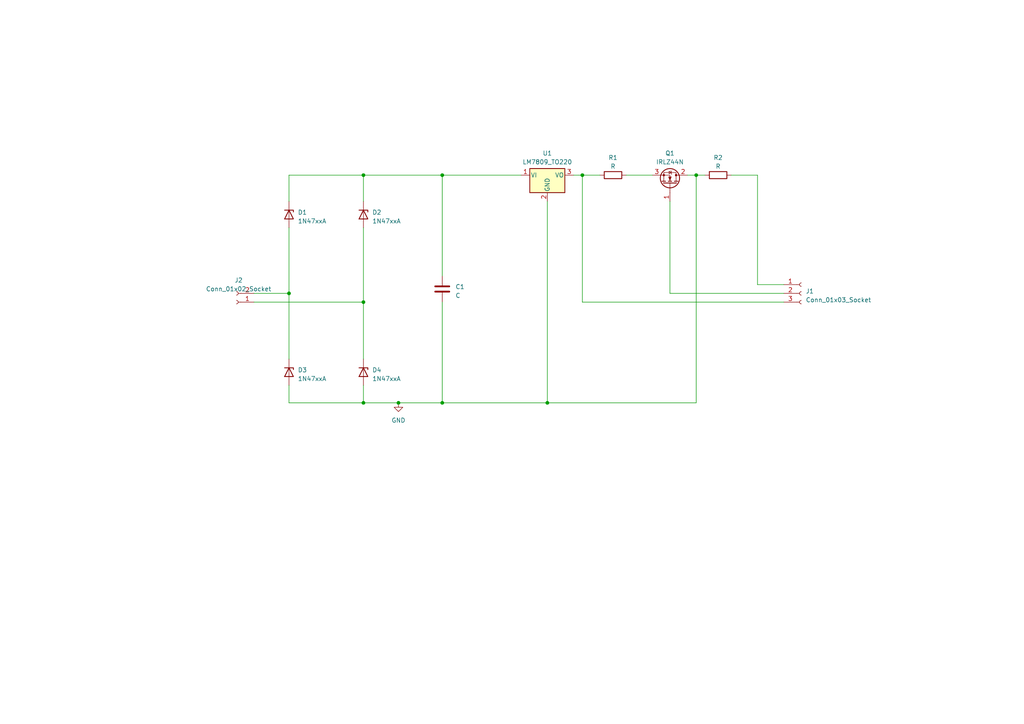
<source format=kicad_sch>
(kicad_sch (version 20230121) (generator eeschema)

  (uuid bdc57217-9b78-4d28-8ffa-bb3595e91662)

  (paper "A4")

  (lib_symbols
    (symbol "Connector:Conn_01x02_Socket" (pin_names (offset 1.016) hide) (in_bom yes) (on_board yes)
      (property "Reference" "J" (at 0 2.54 0)
        (effects (font (size 1.27 1.27)))
      )
      (property "Value" "Conn_01x02_Socket" (at 0 -5.08 0)
        (effects (font (size 1.27 1.27)))
      )
      (property "Footprint" "" (at 0 0 0)
        (effects (font (size 1.27 1.27)) hide)
      )
      (property "Datasheet" "~" (at 0 0 0)
        (effects (font (size 1.27 1.27)) hide)
      )
      (property "ki_locked" "" (at 0 0 0)
        (effects (font (size 1.27 1.27)))
      )
      (property "ki_keywords" "connector" (at 0 0 0)
        (effects (font (size 1.27 1.27)) hide)
      )
      (property "ki_description" "Generic connector, single row, 01x02, script generated" (at 0 0 0)
        (effects (font (size 1.27 1.27)) hide)
      )
      (property "ki_fp_filters" "Connector*:*_1x??_*" (at 0 0 0)
        (effects (font (size 1.27 1.27)) hide)
      )
      (symbol "Conn_01x02_Socket_1_1"
        (arc (start 0 -2.032) (mid -0.5058 -2.54) (end 0 -3.048)
          (stroke (width 0.1524) (type default))
          (fill (type none))
        )
        (polyline
          (pts
            (xy -1.27 -2.54)
            (xy -0.508 -2.54)
          )
          (stroke (width 0.1524) (type default))
          (fill (type none))
        )
        (polyline
          (pts
            (xy -1.27 0)
            (xy -0.508 0)
          )
          (stroke (width 0.1524) (type default))
          (fill (type none))
        )
        (arc (start 0 0.508) (mid -0.5058 0) (end 0 -0.508)
          (stroke (width 0.1524) (type default))
          (fill (type none))
        )
        (pin passive line (at -5.08 0 0) (length 3.81)
          (name "Pin_1" (effects (font (size 1.27 1.27))))
          (number "1" (effects (font (size 1.27 1.27))))
        )
        (pin passive line (at -5.08 -2.54 0) (length 3.81)
          (name "Pin_2" (effects (font (size 1.27 1.27))))
          (number "2" (effects (font (size 1.27 1.27))))
        )
      )
    )
    (symbol "Connector:Conn_01x03_Socket" (pin_names (offset 1.016) hide) (in_bom yes) (on_board yes)
      (property "Reference" "J" (at 0 5.08 0)
        (effects (font (size 1.27 1.27)))
      )
      (property "Value" "Conn_01x03_Socket" (at 0 -5.08 0)
        (effects (font (size 1.27 1.27)))
      )
      (property "Footprint" "" (at 0 0 0)
        (effects (font (size 1.27 1.27)) hide)
      )
      (property "Datasheet" "~" (at 0 0 0)
        (effects (font (size 1.27 1.27)) hide)
      )
      (property "ki_locked" "" (at 0 0 0)
        (effects (font (size 1.27 1.27)))
      )
      (property "ki_keywords" "connector" (at 0 0 0)
        (effects (font (size 1.27 1.27)) hide)
      )
      (property "ki_description" "Generic connector, single row, 01x03, script generated" (at 0 0 0)
        (effects (font (size 1.27 1.27)) hide)
      )
      (property "ki_fp_filters" "Connector*:*_1x??_*" (at 0 0 0)
        (effects (font (size 1.27 1.27)) hide)
      )
      (symbol "Conn_01x03_Socket_1_1"
        (arc (start 0 -2.032) (mid -0.5058 -2.54) (end 0 -3.048)
          (stroke (width 0.1524) (type default))
          (fill (type none))
        )
        (polyline
          (pts
            (xy -1.27 -2.54)
            (xy -0.508 -2.54)
          )
          (stroke (width 0.1524) (type default))
          (fill (type none))
        )
        (polyline
          (pts
            (xy -1.27 0)
            (xy -0.508 0)
          )
          (stroke (width 0.1524) (type default))
          (fill (type none))
        )
        (polyline
          (pts
            (xy -1.27 2.54)
            (xy -0.508 2.54)
          )
          (stroke (width 0.1524) (type default))
          (fill (type none))
        )
        (arc (start 0 0.508) (mid -0.5058 0) (end 0 -0.508)
          (stroke (width 0.1524) (type default))
          (fill (type none))
        )
        (arc (start 0 3.048) (mid -0.5058 2.54) (end 0 2.032)
          (stroke (width 0.1524) (type default))
          (fill (type none))
        )
        (pin passive line (at -5.08 2.54 0) (length 3.81)
          (name "Pin_1" (effects (font (size 1.27 1.27))))
          (number "1" (effects (font (size 1.27 1.27))))
        )
        (pin passive line (at -5.08 0 0) (length 3.81)
          (name "Pin_2" (effects (font (size 1.27 1.27))))
          (number "2" (effects (font (size 1.27 1.27))))
        )
        (pin passive line (at -5.08 -2.54 0) (length 3.81)
          (name "Pin_3" (effects (font (size 1.27 1.27))))
          (number "3" (effects (font (size 1.27 1.27))))
        )
      )
    )
    (symbol "Device:C" (pin_numbers hide) (pin_names (offset 0.254)) (in_bom yes) (on_board yes)
      (property "Reference" "C" (at 0.635 2.54 0)
        (effects (font (size 1.27 1.27)) (justify left))
      )
      (property "Value" "C" (at 0.635 -2.54 0)
        (effects (font (size 1.27 1.27)) (justify left))
      )
      (property "Footprint" "" (at 0.9652 -3.81 0)
        (effects (font (size 1.27 1.27)) hide)
      )
      (property "Datasheet" "~" (at 0 0 0)
        (effects (font (size 1.27 1.27)) hide)
      )
      (property "ki_keywords" "cap capacitor" (at 0 0 0)
        (effects (font (size 1.27 1.27)) hide)
      )
      (property "ki_description" "Unpolarized capacitor" (at 0 0 0)
        (effects (font (size 1.27 1.27)) hide)
      )
      (property "ki_fp_filters" "C_*" (at 0 0 0)
        (effects (font (size 1.27 1.27)) hide)
      )
      (symbol "C_0_1"
        (polyline
          (pts
            (xy -2.032 -0.762)
            (xy 2.032 -0.762)
          )
          (stroke (width 0.508) (type default))
          (fill (type none))
        )
        (polyline
          (pts
            (xy -2.032 0.762)
            (xy 2.032 0.762)
          )
          (stroke (width 0.508) (type default))
          (fill (type none))
        )
      )
      (symbol "C_1_1"
        (pin passive line (at 0 3.81 270) (length 2.794)
          (name "~" (effects (font (size 1.27 1.27))))
          (number "1" (effects (font (size 1.27 1.27))))
        )
        (pin passive line (at 0 -3.81 90) (length 2.794)
          (name "~" (effects (font (size 1.27 1.27))))
          (number "2" (effects (font (size 1.27 1.27))))
        )
      )
    )
    (symbol "Device:R" (pin_numbers hide) (pin_names (offset 0)) (in_bom yes) (on_board yes)
      (property "Reference" "R" (at 2.032 0 90)
        (effects (font (size 1.27 1.27)))
      )
      (property "Value" "R" (at 0 0 90)
        (effects (font (size 1.27 1.27)))
      )
      (property "Footprint" "" (at -1.778 0 90)
        (effects (font (size 1.27 1.27)) hide)
      )
      (property "Datasheet" "~" (at 0 0 0)
        (effects (font (size 1.27 1.27)) hide)
      )
      (property "ki_keywords" "R res resistor" (at 0 0 0)
        (effects (font (size 1.27 1.27)) hide)
      )
      (property "ki_description" "Resistor" (at 0 0 0)
        (effects (font (size 1.27 1.27)) hide)
      )
      (property "ki_fp_filters" "R_*" (at 0 0 0)
        (effects (font (size 1.27 1.27)) hide)
      )
      (symbol "R_0_1"
        (rectangle (start -1.016 -2.54) (end 1.016 2.54)
          (stroke (width 0.254) (type default))
          (fill (type none))
        )
      )
      (symbol "R_1_1"
        (pin passive line (at 0 3.81 270) (length 1.27)
          (name "~" (effects (font (size 1.27 1.27))))
          (number "1" (effects (font (size 1.27 1.27))))
        )
        (pin passive line (at 0 -3.81 90) (length 1.27)
          (name "~" (effects (font (size 1.27 1.27))))
          (number "2" (effects (font (size 1.27 1.27))))
        )
      )
    )
    (symbol "Diode:1N47xxA" (pin_numbers hide) (pin_names hide) (in_bom yes) (on_board yes)
      (property "Reference" "D" (at 0 2.54 0)
        (effects (font (size 1.27 1.27)))
      )
      (property "Value" "1N47xxA" (at 0 -2.54 0)
        (effects (font (size 1.27 1.27)))
      )
      (property "Footprint" "Diode_THT:D_DO-41_SOD81_P10.16mm_Horizontal" (at 0 -4.445 0)
        (effects (font (size 1.27 1.27)) hide)
      )
      (property "Datasheet" "https://www.vishay.com/docs/85816/1n4728a.pdf" (at 0 0 0)
        (effects (font (size 1.27 1.27)) hide)
      )
      (property "ki_keywords" "zener diode" (at 0 0 0)
        (effects (font (size 1.27 1.27)) hide)
      )
      (property "ki_description" "1300mW Silicon planar power Zener diodes, DO-41" (at 0 0 0)
        (effects (font (size 1.27 1.27)) hide)
      )
      (property "ki_fp_filters" "D*DO?41*" (at 0 0 0)
        (effects (font (size 1.27 1.27)) hide)
      )
      (symbol "1N47xxA_0_1"
        (polyline
          (pts
            (xy 1.27 0)
            (xy -1.27 0)
          )
          (stroke (width 0) (type default))
          (fill (type none))
        )
        (polyline
          (pts
            (xy -1.27 -1.27)
            (xy -1.27 1.27)
            (xy -0.762 1.27)
          )
          (stroke (width 0.254) (type default))
          (fill (type none))
        )
        (polyline
          (pts
            (xy 1.27 -1.27)
            (xy 1.27 1.27)
            (xy -1.27 0)
            (xy 1.27 -1.27)
          )
          (stroke (width 0.254) (type default))
          (fill (type none))
        )
      )
      (symbol "1N47xxA_1_1"
        (pin passive line (at -3.81 0 0) (length 2.54)
          (name "K" (effects (font (size 1.27 1.27))))
          (number "1" (effects (font (size 1.27 1.27))))
        )
        (pin passive line (at 3.81 0 180) (length 2.54)
          (name "A" (effects (font (size 1.27 1.27))))
          (number "2" (effects (font (size 1.27 1.27))))
        )
      )
    )
    (symbol "Regulator_Linear:LM7809_TO220" (pin_names (offset 0.254)) (in_bom yes) (on_board yes)
      (property "Reference" "U" (at -3.81 3.175 0)
        (effects (font (size 1.27 1.27)))
      )
      (property "Value" "LM7809_TO220" (at 0 3.175 0)
        (effects (font (size 1.27 1.27)) (justify left))
      )
      (property "Footprint" "Package_TO_SOT_THT:TO-220-3_Vertical" (at 0 5.715 0)
        (effects (font (size 1.27 1.27) italic) hide)
      )
      (property "Datasheet" "https://www.onsemi.cn/PowerSolutions/document/MC7800-D.PDF" (at 0 -1.27 0)
        (effects (font (size 1.27 1.27)) hide)
      )
      (property "ki_keywords" "Voltage Regulator 1A Positive" (at 0 0 0)
        (effects (font (size 1.27 1.27)) hide)
      )
      (property "ki_description" "Positive 1A 35V Linear Regulator, Fixed Output 9V, TO-220" (at 0 0 0)
        (effects (font (size 1.27 1.27)) hide)
      )
      (property "ki_fp_filters" "TO?220*" (at 0 0 0)
        (effects (font (size 1.27 1.27)) hide)
      )
      (symbol "LM7809_TO220_0_1"
        (rectangle (start -5.08 1.905) (end 5.08 -5.08)
          (stroke (width 0.254) (type default))
          (fill (type background))
        )
      )
      (symbol "LM7809_TO220_1_1"
        (pin power_in line (at -7.62 0 0) (length 2.54)
          (name "VI" (effects (font (size 1.27 1.27))))
          (number "1" (effects (font (size 1.27 1.27))))
        )
        (pin power_in line (at 0 -7.62 90) (length 2.54)
          (name "GND" (effects (font (size 1.27 1.27))))
          (number "2" (effects (font (size 1.27 1.27))))
        )
        (pin power_out line (at 7.62 0 180) (length 2.54)
          (name "VO" (effects (font (size 1.27 1.27))))
          (number "3" (effects (font (size 1.27 1.27))))
        )
      )
    )
    (symbol "Transistor_FET:IRLZ44N" (pin_names hide) (in_bom yes) (on_board yes)
      (property "Reference" "Q" (at 6.35 1.905 0)
        (effects (font (size 1.27 1.27)) (justify left))
      )
      (property "Value" "IRLZ44N" (at 6.35 0 0)
        (effects (font (size 1.27 1.27)) (justify left))
      )
      (property "Footprint" "Package_TO_SOT_THT:TO-220-3_Vertical" (at 6.35 -1.905 0)
        (effects (font (size 1.27 1.27) italic) (justify left) hide)
      )
      (property "Datasheet" "http://www.irf.com/product-info/datasheets/data/irlz44n.pdf" (at 0 0 0)
        (effects (font (size 1.27 1.27)) (justify left) hide)
      )
      (property "ki_keywords" "N-Channel HEXFET MOSFET Logic-Level" (at 0 0 0)
        (effects (font (size 1.27 1.27)) hide)
      )
      (property "ki_description" "47A Id, 55V Vds, 22mOhm Rds Single N-Channel HEXFET Power MOSFET, TO-220AB" (at 0 0 0)
        (effects (font (size 1.27 1.27)) hide)
      )
      (property "ki_fp_filters" "TO?220*" (at 0 0 0)
        (effects (font (size 1.27 1.27)) hide)
      )
      (symbol "IRLZ44N_0_1"
        (polyline
          (pts
            (xy 0.254 0)
            (xy -2.54 0)
          )
          (stroke (width 0) (type default))
          (fill (type none))
        )
        (polyline
          (pts
            (xy 0.254 1.905)
            (xy 0.254 -1.905)
          )
          (stroke (width 0.254) (type default))
          (fill (type none))
        )
        (polyline
          (pts
            (xy 0.762 -1.27)
            (xy 0.762 -2.286)
          )
          (stroke (width 0.254) (type default))
          (fill (type none))
        )
        (polyline
          (pts
            (xy 0.762 0.508)
            (xy 0.762 -0.508)
          )
          (stroke (width 0.254) (type default))
          (fill (type none))
        )
        (polyline
          (pts
            (xy 0.762 2.286)
            (xy 0.762 1.27)
          )
          (stroke (width 0.254) (type default))
          (fill (type none))
        )
        (polyline
          (pts
            (xy 2.54 2.54)
            (xy 2.54 1.778)
          )
          (stroke (width 0) (type default))
          (fill (type none))
        )
        (polyline
          (pts
            (xy 2.54 -2.54)
            (xy 2.54 0)
            (xy 0.762 0)
          )
          (stroke (width 0) (type default))
          (fill (type none))
        )
        (polyline
          (pts
            (xy 0.762 -1.778)
            (xy 3.302 -1.778)
            (xy 3.302 1.778)
            (xy 0.762 1.778)
          )
          (stroke (width 0) (type default))
          (fill (type none))
        )
        (polyline
          (pts
            (xy 1.016 0)
            (xy 2.032 0.381)
            (xy 2.032 -0.381)
            (xy 1.016 0)
          )
          (stroke (width 0) (type default))
          (fill (type outline))
        )
        (polyline
          (pts
            (xy 2.794 0.508)
            (xy 2.921 0.381)
            (xy 3.683 0.381)
            (xy 3.81 0.254)
          )
          (stroke (width 0) (type default))
          (fill (type none))
        )
        (polyline
          (pts
            (xy 3.302 0.381)
            (xy 2.921 -0.254)
            (xy 3.683 -0.254)
            (xy 3.302 0.381)
          )
          (stroke (width 0) (type default))
          (fill (type none))
        )
        (circle (center 1.651 0) (radius 2.794)
          (stroke (width 0.254) (type default))
          (fill (type none))
        )
        (circle (center 2.54 -1.778) (radius 0.254)
          (stroke (width 0) (type default))
          (fill (type outline))
        )
        (circle (center 2.54 1.778) (radius 0.254)
          (stroke (width 0) (type default))
          (fill (type outline))
        )
      )
      (symbol "IRLZ44N_1_1"
        (pin input line (at -5.08 0 0) (length 2.54)
          (name "G" (effects (font (size 1.27 1.27))))
          (number "1" (effects (font (size 1.27 1.27))))
        )
        (pin passive line (at 2.54 5.08 270) (length 2.54)
          (name "D" (effects (font (size 1.27 1.27))))
          (number "2" (effects (font (size 1.27 1.27))))
        )
        (pin passive line (at 2.54 -5.08 90) (length 2.54)
          (name "S" (effects (font (size 1.27 1.27))))
          (number "3" (effects (font (size 1.27 1.27))))
        )
      )
    )
    (symbol "power:GND" (power) (pin_names (offset 0)) (in_bom yes) (on_board yes)
      (property "Reference" "#PWR" (at 0 -6.35 0)
        (effects (font (size 1.27 1.27)) hide)
      )
      (property "Value" "GND" (at 0 -3.81 0)
        (effects (font (size 1.27 1.27)))
      )
      (property "Footprint" "" (at 0 0 0)
        (effects (font (size 1.27 1.27)) hide)
      )
      (property "Datasheet" "" (at 0 0 0)
        (effects (font (size 1.27 1.27)) hide)
      )
      (property "ki_keywords" "global power" (at 0 0 0)
        (effects (font (size 1.27 1.27)) hide)
      )
      (property "ki_description" "Power symbol creates a global label with name \"GND\" , ground" (at 0 0 0)
        (effects (font (size 1.27 1.27)) hide)
      )
      (symbol "GND_0_1"
        (polyline
          (pts
            (xy 0 0)
            (xy 0 -1.27)
            (xy 1.27 -1.27)
            (xy 0 -2.54)
            (xy -1.27 -1.27)
            (xy 0 -1.27)
          )
          (stroke (width 0) (type default))
          (fill (type none))
        )
      )
      (symbol "GND_1_1"
        (pin power_in line (at 0 0 270) (length 0) hide
          (name "GND" (effects (font (size 1.27 1.27))))
          (number "1" (effects (font (size 1.27 1.27))))
        )
      )
    )
  )

  (junction (at 105.41 50.8) (diameter 0) (color 0 0 0 0)
    (uuid 010e4519-ffc1-4678-8a78-121d09a1f48c)
  )
  (junction (at 105.41 116.84) (diameter 0) (color 0 0 0 0)
    (uuid 14e16d69-1057-41b5-9ec3-38e84d8e5642)
  )
  (junction (at 201.93 50.8) (diameter 0) (color 0 0 0 0)
    (uuid 168c8599-8cdf-4d53-b59d-fd2584289100)
  )
  (junction (at 115.57 116.84) (diameter 0) (color 0 0 0 0)
    (uuid 6ae59c80-935b-442e-a5cc-79f379b61cab)
  )
  (junction (at 168.91 50.8) (diameter 0) (color 0 0 0 0)
    (uuid 9de806cf-0c65-48c8-babb-18541558dde8)
  )
  (junction (at 105.41 87.63) (diameter 0) (color 0 0 0 0)
    (uuid b29f6a88-4460-4074-be26-7e63b353742c)
  )
  (junction (at 128.27 50.8) (diameter 0) (color 0 0 0 0)
    (uuid b5b95ce7-d491-405a-8c9d-1f6dac8e1550)
  )
  (junction (at 128.27 116.84) (diameter 0) (color 0 0 0 0)
    (uuid b90dbef8-d9ae-4150-99c5-55f1bfeadda9)
  )
  (junction (at 158.75 116.84) (diameter 0) (color 0 0 0 0)
    (uuid d80d5601-2940-4cf3-9282-6db355eadccc)
  )
  (junction (at 83.82 85.09) (diameter 0) (color 0 0 0 0)
    (uuid f77f7886-5e77-460a-b23c-398c0fdf5558)
  )

  (wire (pts (xy 73.66 85.09) (xy 83.82 85.09))
    (stroke (width 0) (type default))
    (uuid 01f4e5d0-c0a9-48bf-87f9-ea37f5310236)
  )
  (wire (pts (xy 105.41 87.63) (xy 105.41 104.14))
    (stroke (width 0) (type default))
    (uuid 1d8867e2-00eb-4dc4-884d-be2b56833abc)
  )
  (wire (pts (xy 83.82 50.8) (xy 105.41 50.8))
    (stroke (width 0) (type default))
    (uuid 22ad5781-52ac-4488-b355-cdc7e1360d35)
  )
  (wire (pts (xy 201.93 116.84) (xy 158.75 116.84))
    (stroke (width 0) (type default))
    (uuid 29ffa34b-57ff-4f74-943a-ca463968e504)
  )
  (wire (pts (xy 83.82 116.84) (xy 105.41 116.84))
    (stroke (width 0) (type default))
    (uuid 2e072575-a51b-4626-abea-9bd3b058e67d)
  )
  (wire (pts (xy 105.41 66.04) (xy 105.41 87.63))
    (stroke (width 0) (type default))
    (uuid 430e40d5-d677-4994-8018-afab62e5c701)
  )
  (wire (pts (xy 194.31 58.42) (xy 194.31 85.09))
    (stroke (width 0) (type default))
    (uuid 4489c3b7-997b-456d-b87b-83b76d7d2405)
  )
  (wire (pts (xy 128.27 80.01) (xy 128.27 50.8))
    (stroke (width 0) (type default))
    (uuid 4c971d0a-fac5-45cc-989c-6eeed2334efe)
  )
  (wire (pts (xy 83.82 58.42) (xy 83.82 50.8))
    (stroke (width 0) (type default))
    (uuid 6136a454-e05c-49b9-b70e-68d3233ac670)
  )
  (wire (pts (xy 128.27 87.63) (xy 128.27 116.84))
    (stroke (width 0) (type default))
    (uuid 68647bea-09a8-4211-988f-a5758d31feb3)
  )
  (wire (pts (xy 83.82 85.09) (xy 83.82 104.14))
    (stroke (width 0) (type default))
    (uuid 756bbbe9-1f1e-49a5-bc6e-92c6396f3706)
  )
  (wire (pts (xy 168.91 50.8) (xy 173.99 50.8))
    (stroke (width 0) (type default))
    (uuid 7eb68b7f-6b13-4703-b5c2-4e0e388ada23)
  )
  (wire (pts (xy 168.91 87.63) (xy 168.91 50.8))
    (stroke (width 0) (type default))
    (uuid 82131bfa-997f-4452-96c4-970d0fbbd2ea)
  )
  (wire (pts (xy 158.75 116.84) (xy 128.27 116.84))
    (stroke (width 0) (type default))
    (uuid 827a21de-290b-41a9-a659-5a25001c35cc)
  )
  (wire (pts (xy 128.27 50.8) (xy 151.13 50.8))
    (stroke (width 0) (type default))
    (uuid 8a5bdfae-d540-4ba2-b53f-3aaf7c31314d)
  )
  (wire (pts (xy 105.41 50.8) (xy 128.27 50.8))
    (stroke (width 0) (type default))
    (uuid 91625cbe-9e82-4ba9-b714-d528b6779d29)
  )
  (wire (pts (xy 83.82 111.76) (xy 83.82 116.84))
    (stroke (width 0) (type default))
    (uuid 926edcec-0ff7-4c91-9cb9-d3589be2a20f)
  )
  (wire (pts (xy 115.57 116.84) (xy 105.41 116.84))
    (stroke (width 0) (type default))
    (uuid 9632ab6e-52aa-468b-96e6-c6614e8b22e2)
  )
  (wire (pts (xy 194.31 85.09) (xy 227.33 85.09))
    (stroke (width 0) (type default))
    (uuid 9e8eadfd-46d8-4bc1-92d9-e29258585717)
  )
  (wire (pts (xy 219.71 50.8) (xy 219.71 82.55))
    (stroke (width 0) (type default))
    (uuid b8ad974c-7dd4-4549-9591-a21150f263b9)
  )
  (wire (pts (xy 199.39 50.8) (xy 201.93 50.8))
    (stroke (width 0) (type default))
    (uuid c8b4f5f1-e13c-4884-887e-cdb31e8213ee)
  )
  (wire (pts (xy 105.41 50.8) (xy 105.41 58.42))
    (stroke (width 0) (type default))
    (uuid c9f7200e-9d49-43b1-a5a6-b13828229896)
  )
  (wire (pts (xy 227.33 87.63) (xy 168.91 87.63))
    (stroke (width 0) (type default))
    (uuid cd43fbe7-3a6d-410f-94ad-ee6d1ec93568)
  )
  (wire (pts (xy 166.37 50.8) (xy 168.91 50.8))
    (stroke (width 0) (type default))
    (uuid d8105e7e-1050-4724-af00-500ecadf08d6)
  )
  (wire (pts (xy 158.75 58.42) (xy 158.75 116.84))
    (stroke (width 0) (type default))
    (uuid dc314bea-6164-47ce-abff-02155d36137c)
  )
  (wire (pts (xy 105.41 116.84) (xy 105.41 111.76))
    (stroke (width 0) (type default))
    (uuid dc560c46-88af-43c7-b054-3e994a8dfd4c)
  )
  (wire (pts (xy 181.61 50.8) (xy 189.23 50.8))
    (stroke (width 0) (type default))
    (uuid dcae36a0-fbac-4bca-9c39-0c372ba894c3)
  )
  (wire (pts (xy 201.93 50.8) (xy 204.47 50.8))
    (stroke (width 0) (type default))
    (uuid e2fc7628-245d-4b6b-8912-c74c66defdcb)
  )
  (wire (pts (xy 201.93 50.8) (xy 201.93 116.84))
    (stroke (width 0) (type default))
    (uuid e379d90a-8f92-4507-9b5e-494328f49bf6)
  )
  (wire (pts (xy 212.09 50.8) (xy 219.71 50.8))
    (stroke (width 0) (type default))
    (uuid e91aeeae-6cda-4362-9ecf-2a44ae73dc14)
  )
  (wire (pts (xy 83.82 66.04) (xy 83.82 85.09))
    (stroke (width 0) (type default))
    (uuid edc4e8f0-0e43-4673-a2ee-b71465cad4ff)
  )
  (wire (pts (xy 219.71 82.55) (xy 227.33 82.55))
    (stroke (width 0) (type default))
    (uuid f7192d56-ed1e-414a-8838-3a0195cc371f)
  )
  (wire (pts (xy 128.27 116.84) (xy 115.57 116.84))
    (stroke (width 0) (type default))
    (uuid fdc2ec3d-0d9c-4116-a83a-efca656cef31)
  )
  (wire (pts (xy 73.66 87.63) (xy 105.41 87.63))
    (stroke (width 0) (type default))
    (uuid ffd3d5ab-0740-4312-9e13-ae52f02e9c65)
  )

  (symbol (lib_id "Diode:1N47xxA") (at 83.82 107.95 270) (unit 1)
    (in_bom yes) (on_board yes) (dnp no) (fields_autoplaced)
    (uuid 16d92be3-12db-4748-b240-1711931ef8ac)
    (property "Reference" "D3" (at 86.36 107.315 90)
      (effects (font (size 1.27 1.27)) (justify left))
    )
    (property "Value" "1N47xxA" (at 86.36 109.855 90)
      (effects (font (size 1.27 1.27)) (justify left))
    )
    (property "Footprint" "Diode_THT:D_DO-41_SOD81_P10.16mm_Horizontal" (at 79.375 107.95 0)
      (effects (font (size 1.27 1.27)) hide)
    )
    (property "Datasheet" "https://www.vishay.com/docs/85816/1n4728a.pdf" (at 83.82 107.95 0)
      (effects (font (size 1.27 1.27)) hide)
    )
    (pin "1" (uuid b30cebd6-ae86-4c5e-8e58-f3b9a6808875))
    (pin "2" (uuid 9f4aceec-8848-4b76-b985-588ae61118f5))
    (instances
      (project "Transmitter"
        (path "/bdc57217-9b78-4d28-8ffa-bb3595e91662"
          (reference "D3") (unit 1)
        )
      )
    )
  )

  (symbol (lib_id "Device:C") (at 128.27 83.82 0) (unit 1)
    (in_bom yes) (on_board yes) (dnp no) (fields_autoplaced)
    (uuid 18f9dabe-0860-4183-9366-0970d2e6d72d)
    (property "Reference" "C1" (at 132.08 83.185 0)
      (effects (font (size 1.27 1.27)) (justify left))
    )
    (property "Value" "C" (at 132.08 85.725 0)
      (effects (font (size 1.27 1.27)) (justify left))
    )
    (property "Footprint" "Capacitor_THT:CP_Axial_L18.0mm_D6.5mm_P25.00mm_Horizontal" (at 129.2352 87.63 0)
      (effects (font (size 1.27 1.27)) hide)
    )
    (property "Datasheet" "~" (at 128.27 83.82 0)
      (effects (font (size 1.27 1.27)) hide)
    )
    (pin "1" (uuid ac7298dd-e460-4670-a682-049d9a1bb5bf))
    (pin "2" (uuid a35a2616-c14e-4ebf-8a1f-3e95a5707abc))
    (instances
      (project "Transmitter"
        (path "/bdc57217-9b78-4d28-8ffa-bb3595e91662"
          (reference "C1") (unit 1)
        )
      )
    )
  )

  (symbol (lib_id "Transistor_FET:IRLZ44N") (at 194.31 53.34 270) (mirror x) (unit 1)
    (in_bom yes) (on_board yes) (dnp no)
    (uuid 257951e5-be5b-4eff-8212-6091dd81670f)
    (property "Reference" "Q1" (at 194.31 44.45 90)
      (effects (font (size 1.27 1.27)))
    )
    (property "Value" "IRLZ44N" (at 194.31 46.99 90)
      (effects (font (size 1.27 1.27)))
    )
    (property "Footprint" "Package_TO_SOT_THT:TO-220-3_Vertical" (at 192.405 46.99 0)
      (effects (font (size 1.27 1.27) italic) (justify left) hide)
    )
    (property "Datasheet" "http://www.irf.com/product-info/datasheets/data/irlz44n.pdf" (at 194.31 53.34 0)
      (effects (font (size 1.27 1.27)) (justify left) hide)
    )
    (pin "1" (uuid c343d618-50b4-45b3-bc72-12877d05850c))
    (pin "2" (uuid 5c9c12af-66bf-40b9-802d-85bba54cdefe))
    (pin "3" (uuid 0b2a8396-843c-4587-ac9e-b4532c67f9eb))
    (instances
      (project "Transmitter"
        (path "/bdc57217-9b78-4d28-8ffa-bb3595e91662"
          (reference "Q1") (unit 1)
        )
      )
    )
  )

  (symbol (lib_id "Diode:1N47xxA") (at 83.82 62.23 270) (unit 1)
    (in_bom yes) (on_board yes) (dnp no) (fields_autoplaced)
    (uuid 273be329-66b4-47a9-9e6d-2077faa899cc)
    (property "Reference" "D1" (at 86.36 61.595 90)
      (effects (font (size 1.27 1.27)) (justify left))
    )
    (property "Value" "1N47xxA" (at 86.36 64.135 90)
      (effects (font (size 1.27 1.27)) (justify left))
    )
    (property "Footprint" "Diode_THT:D_DO-41_SOD81_P10.16mm_Horizontal" (at 79.375 62.23 0)
      (effects (font (size 1.27 1.27)) hide)
    )
    (property "Datasheet" "https://www.vishay.com/docs/85816/1n4728a.pdf" (at 83.82 62.23 0)
      (effects (font (size 1.27 1.27)) hide)
    )
    (pin "1" (uuid 65c49272-eecf-493f-b0b1-e03b31b75139))
    (pin "2" (uuid f056f729-6ae8-4dfc-8fa6-7b752e109f00))
    (instances
      (project "Transmitter"
        (path "/bdc57217-9b78-4d28-8ffa-bb3595e91662"
          (reference "D1") (unit 1)
        )
      )
    )
  )

  (symbol (lib_id "Diode:1N47xxA") (at 105.41 107.95 270) (unit 1)
    (in_bom yes) (on_board yes) (dnp no) (fields_autoplaced)
    (uuid 674b8b16-a23c-4f70-99f2-a5ebb29810be)
    (property "Reference" "D4" (at 107.95 107.315 90)
      (effects (font (size 1.27 1.27)) (justify left))
    )
    (property "Value" "1N47xxA" (at 107.95 109.855 90)
      (effects (font (size 1.27 1.27)) (justify left))
    )
    (property "Footprint" "Diode_THT:D_DO-41_SOD81_P10.16mm_Horizontal" (at 100.965 107.95 0)
      (effects (font (size 1.27 1.27)) hide)
    )
    (property "Datasheet" "https://www.vishay.com/docs/85816/1n4728a.pdf" (at 105.41 107.95 0)
      (effects (font (size 1.27 1.27)) hide)
    )
    (pin "1" (uuid fb2fbac3-33a2-4dac-8b47-a51d6be28777))
    (pin "2" (uuid d09fbb5d-f556-47b1-9c4a-512d0845d4e0))
    (instances
      (project "Transmitter"
        (path "/bdc57217-9b78-4d28-8ffa-bb3595e91662"
          (reference "D4") (unit 1)
        )
      )
    )
  )

  (symbol (lib_id "Device:R") (at 208.28 50.8 90) (unit 1)
    (in_bom yes) (on_board yes) (dnp no) (fields_autoplaced)
    (uuid 67b3bfeb-e9a5-46b6-bbb3-a6690f0fc8fd)
    (property "Reference" "R2" (at 208.28 45.72 90)
      (effects (font (size 1.27 1.27)))
    )
    (property "Value" "R" (at 208.28 48.26 90)
      (effects (font (size 1.27 1.27)))
    )
    (property "Footprint" "Resistor_THT:R_Axial_DIN0207_L6.3mm_D2.5mm_P15.24mm_Horizontal" (at 208.28 52.578 90)
      (effects (font (size 1.27 1.27)) hide)
    )
    (property "Datasheet" "~" (at 208.28 50.8 0)
      (effects (font (size 1.27 1.27)) hide)
    )
    (pin "1" (uuid 693bbf44-ab9d-4419-b4bf-f27bc0f00429))
    (pin "2" (uuid a03f9fd4-43db-462f-b0f7-e58d4f2b5512))
    (instances
      (project "Transmitter"
        (path "/bdc57217-9b78-4d28-8ffa-bb3595e91662"
          (reference "R2") (unit 1)
        )
      )
    )
  )

  (symbol (lib_id "Regulator_Linear:LM7809_TO220") (at 158.75 50.8 0) (unit 1)
    (in_bom yes) (on_board yes) (dnp no) (fields_autoplaced)
    (uuid 7495dae2-608b-447a-892d-b67ce0c8712f)
    (property "Reference" "U1" (at 158.75 44.45 0)
      (effects (font (size 1.27 1.27)))
    )
    (property "Value" "LM7809_TO220" (at 158.75 46.99 0)
      (effects (font (size 1.27 1.27)))
    )
    (property "Footprint" "Package_TO_SOT_THT:TO-220-3_Vertical" (at 158.75 45.085 0)
      (effects (font (size 1.27 1.27) italic) hide)
    )
    (property "Datasheet" "https://www.onsemi.cn/PowerSolutions/document/MC7800-D.PDF" (at 158.75 52.07 0)
      (effects (font (size 1.27 1.27)) hide)
    )
    (pin "1" (uuid e2bd25b9-0ebb-4046-8e63-7670710cd40e))
    (pin "2" (uuid 44f55c82-a5b2-461e-8415-bba31aab8b2e))
    (pin "3" (uuid 7184c914-136a-45e5-9f6e-f251481bb6c2))
    (instances
      (project "Transmitter"
        (path "/bdc57217-9b78-4d28-8ffa-bb3595e91662"
          (reference "U1") (unit 1)
        )
      )
    )
  )

  (symbol (lib_id "Diode:1N47xxA") (at 105.41 62.23 270) (unit 1)
    (in_bom yes) (on_board yes) (dnp no) (fields_autoplaced)
    (uuid 79bff49d-07c0-4841-946c-936d0d8f8a91)
    (property "Reference" "D2" (at 107.95 61.595 90)
      (effects (font (size 1.27 1.27)) (justify left))
    )
    (property "Value" "1N47xxA" (at 107.95 64.135 90)
      (effects (font (size 1.27 1.27)) (justify left))
    )
    (property "Footprint" "Diode_THT:D_DO-41_SOD81_P10.16mm_Horizontal" (at 100.965 62.23 0)
      (effects (font (size 1.27 1.27)) hide)
    )
    (property "Datasheet" "https://www.vishay.com/docs/85816/1n4728a.pdf" (at 105.41 62.23 0)
      (effects (font (size 1.27 1.27)) hide)
    )
    (pin "1" (uuid 9b76466e-8c1a-4270-8e03-6bdb9b90ae94))
    (pin "2" (uuid 4342c869-d1cf-45a8-b8de-a8d615db84ea))
    (instances
      (project "Transmitter"
        (path "/bdc57217-9b78-4d28-8ffa-bb3595e91662"
          (reference "D2") (unit 1)
        )
      )
    )
  )

  (symbol (lib_id "Connector:Conn_01x02_Socket") (at 68.58 87.63 180) (unit 1)
    (in_bom yes) (on_board yes) (dnp no) (fields_autoplaced)
    (uuid 840c2ce9-0328-4fee-a3fd-14adb120b3d9)
    (property "Reference" "J2" (at 69.215 81.28 0)
      (effects (font (size 1.27 1.27)))
    )
    (property "Value" "Conn_01x02_Socket" (at 69.215 83.82 0)
      (effects (font (size 1.27 1.27)))
    )
    (property "Footprint" "Connector:Banana_Jack_2Pin" (at 68.58 87.63 0)
      (effects (font (size 1.27 1.27)) hide)
    )
    (property "Datasheet" "~" (at 68.58 87.63 0)
      (effects (font (size 1.27 1.27)) hide)
    )
    (pin "1" (uuid b9ad9d3b-f412-4a8a-9da6-c3a7e7f60ea6))
    (pin "2" (uuid 221ac5b6-00eb-4289-87be-baed9b1ffb68))
    (instances
      (project "Transmitter"
        (path "/bdc57217-9b78-4d28-8ffa-bb3595e91662"
          (reference "J2") (unit 1)
        )
      )
    )
  )

  (symbol (lib_id "Device:R") (at 177.8 50.8 90) (unit 1)
    (in_bom yes) (on_board yes) (dnp no) (fields_autoplaced)
    (uuid 9b4e0b87-5658-41b5-89ac-84664971d9f0)
    (property "Reference" "R1" (at 177.8 45.72 90)
      (effects (font (size 1.27 1.27)))
    )
    (property "Value" "R" (at 177.8 48.26 90)
      (effects (font (size 1.27 1.27)))
    )
    (property "Footprint" "Resistor_THT:R_Axial_DIN0207_L6.3mm_D2.5mm_P15.24mm_Horizontal" (at 177.8 52.578 90)
      (effects (font (size 1.27 1.27)) hide)
    )
    (property "Datasheet" "~" (at 177.8 50.8 0)
      (effects (font (size 1.27 1.27)) hide)
    )
    (pin "1" (uuid e8d30990-c879-452d-af98-838d5d51faf7))
    (pin "2" (uuid 3f88c1ab-659c-4866-ba54-b2801291f248))
    (instances
      (project "Transmitter"
        (path "/bdc57217-9b78-4d28-8ffa-bb3595e91662"
          (reference "R1") (unit 1)
        )
      )
    )
  )

  (symbol (lib_id "Connector:Conn_01x03_Socket") (at 232.41 85.09 0) (unit 1)
    (in_bom yes) (on_board yes) (dnp no) (fields_autoplaced)
    (uuid e8ebfdf4-d326-4735-a9a7-fd655b58a69e)
    (property "Reference" "J1" (at 233.68 84.455 0)
      (effects (font (size 1.27 1.27)) (justify left))
    )
    (property "Value" "Conn_01x03_Socket" (at 233.68 86.995 0)
      (effects (font (size 1.27 1.27)) (justify left))
    )
    (property "Footprint" "Connector:Banana_Jack_3Pin" (at 232.41 85.09 0)
      (effects (font (size 1.27 1.27)) hide)
    )
    (property "Datasheet" "~" (at 232.41 85.09 0)
      (effects (font (size 1.27 1.27)) hide)
    )
    (pin "1" (uuid 4eee81a7-baf4-4d5f-bb77-65fbf0f64c52))
    (pin "2" (uuid 7e687832-b492-4c8f-9e9e-717c1f4e7f1c))
    (pin "3" (uuid bbb925fc-b751-44eb-8fc0-9e0b378d91d9))
    (instances
      (project "Transmitter"
        (path "/bdc57217-9b78-4d28-8ffa-bb3595e91662"
          (reference "J1") (unit 1)
        )
      )
    )
  )

  (symbol (lib_id "power:GND") (at 115.57 116.84 0) (unit 1)
    (in_bom yes) (on_board yes) (dnp no) (fields_autoplaced)
    (uuid fb83e629-a960-4451-ac89-1f084c660e13)
    (property "Reference" "#PWR01" (at 115.57 123.19 0)
      (effects (font (size 1.27 1.27)) hide)
    )
    (property "Value" "GND" (at 115.57 121.92 0)
      (effects (font (size 1.27 1.27)))
    )
    (property "Footprint" "" (at 115.57 116.84 0)
      (effects (font (size 1.27 1.27)) hide)
    )
    (property "Datasheet" "" (at 115.57 116.84 0)
      (effects (font (size 1.27 1.27)) hide)
    )
    (pin "1" (uuid f36026b3-60d8-42d5-b996-f1b843914451))
    (instances
      (project "Transmitter"
        (path "/bdc57217-9b78-4d28-8ffa-bb3595e91662"
          (reference "#PWR01") (unit 1)
        )
      )
    )
  )

  (sheet_instances
    (path "/" (page "1"))
  )
)

</source>
